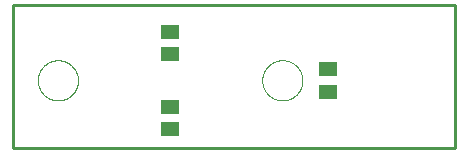
<source format=gbp>
G75*
%MOIN*%
%OFA0B0*%
%FSLAX25Y25*%
%IPPOS*%
%LPD*%
%AMOC8*
5,1,8,0,0,1.08239X$1,22.5*
%
%ADD10C,0.01000*%
%ADD11C,0.00000*%
%ADD12R,0.06299X0.05118*%
D10*
X0001800Y0001800D02*
X0149300Y0001800D01*
X0149300Y0049300D01*
X0001800Y0049300D01*
X0001800Y0001800D01*
D11*
X0010205Y0024300D02*
X0010207Y0024464D01*
X0010213Y0024628D01*
X0010223Y0024792D01*
X0010237Y0024956D01*
X0010255Y0025119D01*
X0010277Y0025282D01*
X0010304Y0025444D01*
X0010334Y0025606D01*
X0010368Y0025766D01*
X0010406Y0025926D01*
X0010447Y0026085D01*
X0010493Y0026243D01*
X0010543Y0026399D01*
X0010596Y0026555D01*
X0010653Y0026709D01*
X0010714Y0026861D01*
X0010779Y0027012D01*
X0010848Y0027162D01*
X0010920Y0027309D01*
X0010995Y0027455D01*
X0011075Y0027599D01*
X0011157Y0027741D01*
X0011243Y0027881D01*
X0011333Y0028018D01*
X0011426Y0028154D01*
X0011522Y0028287D01*
X0011622Y0028418D01*
X0011724Y0028546D01*
X0011830Y0028672D01*
X0011939Y0028795D01*
X0012051Y0028915D01*
X0012165Y0029033D01*
X0012283Y0029147D01*
X0012403Y0029259D01*
X0012526Y0029368D01*
X0012652Y0029474D01*
X0012780Y0029576D01*
X0012911Y0029676D01*
X0013044Y0029772D01*
X0013180Y0029865D01*
X0013317Y0029955D01*
X0013457Y0030041D01*
X0013599Y0030123D01*
X0013743Y0030203D01*
X0013889Y0030278D01*
X0014036Y0030350D01*
X0014186Y0030419D01*
X0014337Y0030484D01*
X0014489Y0030545D01*
X0014643Y0030602D01*
X0014799Y0030655D01*
X0014955Y0030705D01*
X0015113Y0030751D01*
X0015272Y0030792D01*
X0015432Y0030830D01*
X0015592Y0030864D01*
X0015754Y0030894D01*
X0015916Y0030921D01*
X0016079Y0030943D01*
X0016242Y0030961D01*
X0016406Y0030975D01*
X0016570Y0030985D01*
X0016734Y0030991D01*
X0016898Y0030993D01*
X0017062Y0030991D01*
X0017226Y0030985D01*
X0017390Y0030975D01*
X0017554Y0030961D01*
X0017717Y0030943D01*
X0017880Y0030921D01*
X0018042Y0030894D01*
X0018204Y0030864D01*
X0018364Y0030830D01*
X0018524Y0030792D01*
X0018683Y0030751D01*
X0018841Y0030705D01*
X0018997Y0030655D01*
X0019153Y0030602D01*
X0019307Y0030545D01*
X0019459Y0030484D01*
X0019610Y0030419D01*
X0019760Y0030350D01*
X0019907Y0030278D01*
X0020053Y0030203D01*
X0020197Y0030123D01*
X0020339Y0030041D01*
X0020479Y0029955D01*
X0020616Y0029865D01*
X0020752Y0029772D01*
X0020885Y0029676D01*
X0021016Y0029576D01*
X0021144Y0029474D01*
X0021270Y0029368D01*
X0021393Y0029259D01*
X0021513Y0029147D01*
X0021631Y0029033D01*
X0021745Y0028915D01*
X0021857Y0028795D01*
X0021966Y0028672D01*
X0022072Y0028546D01*
X0022174Y0028418D01*
X0022274Y0028287D01*
X0022370Y0028154D01*
X0022463Y0028018D01*
X0022553Y0027881D01*
X0022639Y0027741D01*
X0022721Y0027599D01*
X0022801Y0027455D01*
X0022876Y0027309D01*
X0022948Y0027162D01*
X0023017Y0027012D01*
X0023082Y0026861D01*
X0023143Y0026709D01*
X0023200Y0026555D01*
X0023253Y0026399D01*
X0023303Y0026243D01*
X0023349Y0026085D01*
X0023390Y0025926D01*
X0023428Y0025766D01*
X0023462Y0025606D01*
X0023492Y0025444D01*
X0023519Y0025282D01*
X0023541Y0025119D01*
X0023559Y0024956D01*
X0023573Y0024792D01*
X0023583Y0024628D01*
X0023589Y0024464D01*
X0023591Y0024300D01*
X0023589Y0024136D01*
X0023583Y0023972D01*
X0023573Y0023808D01*
X0023559Y0023644D01*
X0023541Y0023481D01*
X0023519Y0023318D01*
X0023492Y0023156D01*
X0023462Y0022994D01*
X0023428Y0022834D01*
X0023390Y0022674D01*
X0023349Y0022515D01*
X0023303Y0022357D01*
X0023253Y0022201D01*
X0023200Y0022045D01*
X0023143Y0021891D01*
X0023082Y0021739D01*
X0023017Y0021588D01*
X0022948Y0021438D01*
X0022876Y0021291D01*
X0022801Y0021145D01*
X0022721Y0021001D01*
X0022639Y0020859D01*
X0022553Y0020719D01*
X0022463Y0020582D01*
X0022370Y0020446D01*
X0022274Y0020313D01*
X0022174Y0020182D01*
X0022072Y0020054D01*
X0021966Y0019928D01*
X0021857Y0019805D01*
X0021745Y0019685D01*
X0021631Y0019567D01*
X0021513Y0019453D01*
X0021393Y0019341D01*
X0021270Y0019232D01*
X0021144Y0019126D01*
X0021016Y0019024D01*
X0020885Y0018924D01*
X0020752Y0018828D01*
X0020616Y0018735D01*
X0020479Y0018645D01*
X0020339Y0018559D01*
X0020197Y0018477D01*
X0020053Y0018397D01*
X0019907Y0018322D01*
X0019760Y0018250D01*
X0019610Y0018181D01*
X0019459Y0018116D01*
X0019307Y0018055D01*
X0019153Y0017998D01*
X0018997Y0017945D01*
X0018841Y0017895D01*
X0018683Y0017849D01*
X0018524Y0017808D01*
X0018364Y0017770D01*
X0018204Y0017736D01*
X0018042Y0017706D01*
X0017880Y0017679D01*
X0017717Y0017657D01*
X0017554Y0017639D01*
X0017390Y0017625D01*
X0017226Y0017615D01*
X0017062Y0017609D01*
X0016898Y0017607D01*
X0016734Y0017609D01*
X0016570Y0017615D01*
X0016406Y0017625D01*
X0016242Y0017639D01*
X0016079Y0017657D01*
X0015916Y0017679D01*
X0015754Y0017706D01*
X0015592Y0017736D01*
X0015432Y0017770D01*
X0015272Y0017808D01*
X0015113Y0017849D01*
X0014955Y0017895D01*
X0014799Y0017945D01*
X0014643Y0017998D01*
X0014489Y0018055D01*
X0014337Y0018116D01*
X0014186Y0018181D01*
X0014036Y0018250D01*
X0013889Y0018322D01*
X0013743Y0018397D01*
X0013599Y0018477D01*
X0013457Y0018559D01*
X0013317Y0018645D01*
X0013180Y0018735D01*
X0013044Y0018828D01*
X0012911Y0018924D01*
X0012780Y0019024D01*
X0012652Y0019126D01*
X0012526Y0019232D01*
X0012403Y0019341D01*
X0012283Y0019453D01*
X0012165Y0019567D01*
X0012051Y0019685D01*
X0011939Y0019805D01*
X0011830Y0019928D01*
X0011724Y0020054D01*
X0011622Y0020182D01*
X0011522Y0020313D01*
X0011426Y0020446D01*
X0011333Y0020582D01*
X0011243Y0020719D01*
X0011157Y0020859D01*
X0011075Y0021001D01*
X0010995Y0021145D01*
X0010920Y0021291D01*
X0010848Y0021438D01*
X0010779Y0021588D01*
X0010714Y0021739D01*
X0010653Y0021891D01*
X0010596Y0022045D01*
X0010543Y0022201D01*
X0010493Y0022357D01*
X0010447Y0022515D01*
X0010406Y0022674D01*
X0010368Y0022834D01*
X0010334Y0022994D01*
X0010304Y0023156D01*
X0010277Y0023318D01*
X0010255Y0023481D01*
X0010237Y0023644D01*
X0010223Y0023808D01*
X0010213Y0023972D01*
X0010207Y0024136D01*
X0010205Y0024300D01*
X0085009Y0024300D02*
X0085011Y0024464D01*
X0085017Y0024628D01*
X0085027Y0024792D01*
X0085041Y0024956D01*
X0085059Y0025119D01*
X0085081Y0025282D01*
X0085108Y0025444D01*
X0085138Y0025606D01*
X0085172Y0025766D01*
X0085210Y0025926D01*
X0085251Y0026085D01*
X0085297Y0026243D01*
X0085347Y0026399D01*
X0085400Y0026555D01*
X0085457Y0026709D01*
X0085518Y0026861D01*
X0085583Y0027012D01*
X0085652Y0027162D01*
X0085724Y0027309D01*
X0085799Y0027455D01*
X0085879Y0027599D01*
X0085961Y0027741D01*
X0086047Y0027881D01*
X0086137Y0028018D01*
X0086230Y0028154D01*
X0086326Y0028287D01*
X0086426Y0028418D01*
X0086528Y0028546D01*
X0086634Y0028672D01*
X0086743Y0028795D01*
X0086855Y0028915D01*
X0086969Y0029033D01*
X0087087Y0029147D01*
X0087207Y0029259D01*
X0087330Y0029368D01*
X0087456Y0029474D01*
X0087584Y0029576D01*
X0087715Y0029676D01*
X0087848Y0029772D01*
X0087984Y0029865D01*
X0088121Y0029955D01*
X0088261Y0030041D01*
X0088403Y0030123D01*
X0088547Y0030203D01*
X0088693Y0030278D01*
X0088840Y0030350D01*
X0088990Y0030419D01*
X0089141Y0030484D01*
X0089293Y0030545D01*
X0089447Y0030602D01*
X0089603Y0030655D01*
X0089759Y0030705D01*
X0089917Y0030751D01*
X0090076Y0030792D01*
X0090236Y0030830D01*
X0090396Y0030864D01*
X0090558Y0030894D01*
X0090720Y0030921D01*
X0090883Y0030943D01*
X0091046Y0030961D01*
X0091210Y0030975D01*
X0091374Y0030985D01*
X0091538Y0030991D01*
X0091702Y0030993D01*
X0091866Y0030991D01*
X0092030Y0030985D01*
X0092194Y0030975D01*
X0092358Y0030961D01*
X0092521Y0030943D01*
X0092684Y0030921D01*
X0092846Y0030894D01*
X0093008Y0030864D01*
X0093168Y0030830D01*
X0093328Y0030792D01*
X0093487Y0030751D01*
X0093645Y0030705D01*
X0093801Y0030655D01*
X0093957Y0030602D01*
X0094111Y0030545D01*
X0094263Y0030484D01*
X0094414Y0030419D01*
X0094564Y0030350D01*
X0094711Y0030278D01*
X0094857Y0030203D01*
X0095001Y0030123D01*
X0095143Y0030041D01*
X0095283Y0029955D01*
X0095420Y0029865D01*
X0095556Y0029772D01*
X0095689Y0029676D01*
X0095820Y0029576D01*
X0095948Y0029474D01*
X0096074Y0029368D01*
X0096197Y0029259D01*
X0096317Y0029147D01*
X0096435Y0029033D01*
X0096549Y0028915D01*
X0096661Y0028795D01*
X0096770Y0028672D01*
X0096876Y0028546D01*
X0096978Y0028418D01*
X0097078Y0028287D01*
X0097174Y0028154D01*
X0097267Y0028018D01*
X0097357Y0027881D01*
X0097443Y0027741D01*
X0097525Y0027599D01*
X0097605Y0027455D01*
X0097680Y0027309D01*
X0097752Y0027162D01*
X0097821Y0027012D01*
X0097886Y0026861D01*
X0097947Y0026709D01*
X0098004Y0026555D01*
X0098057Y0026399D01*
X0098107Y0026243D01*
X0098153Y0026085D01*
X0098194Y0025926D01*
X0098232Y0025766D01*
X0098266Y0025606D01*
X0098296Y0025444D01*
X0098323Y0025282D01*
X0098345Y0025119D01*
X0098363Y0024956D01*
X0098377Y0024792D01*
X0098387Y0024628D01*
X0098393Y0024464D01*
X0098395Y0024300D01*
X0098393Y0024136D01*
X0098387Y0023972D01*
X0098377Y0023808D01*
X0098363Y0023644D01*
X0098345Y0023481D01*
X0098323Y0023318D01*
X0098296Y0023156D01*
X0098266Y0022994D01*
X0098232Y0022834D01*
X0098194Y0022674D01*
X0098153Y0022515D01*
X0098107Y0022357D01*
X0098057Y0022201D01*
X0098004Y0022045D01*
X0097947Y0021891D01*
X0097886Y0021739D01*
X0097821Y0021588D01*
X0097752Y0021438D01*
X0097680Y0021291D01*
X0097605Y0021145D01*
X0097525Y0021001D01*
X0097443Y0020859D01*
X0097357Y0020719D01*
X0097267Y0020582D01*
X0097174Y0020446D01*
X0097078Y0020313D01*
X0096978Y0020182D01*
X0096876Y0020054D01*
X0096770Y0019928D01*
X0096661Y0019805D01*
X0096549Y0019685D01*
X0096435Y0019567D01*
X0096317Y0019453D01*
X0096197Y0019341D01*
X0096074Y0019232D01*
X0095948Y0019126D01*
X0095820Y0019024D01*
X0095689Y0018924D01*
X0095556Y0018828D01*
X0095420Y0018735D01*
X0095283Y0018645D01*
X0095143Y0018559D01*
X0095001Y0018477D01*
X0094857Y0018397D01*
X0094711Y0018322D01*
X0094564Y0018250D01*
X0094414Y0018181D01*
X0094263Y0018116D01*
X0094111Y0018055D01*
X0093957Y0017998D01*
X0093801Y0017945D01*
X0093645Y0017895D01*
X0093487Y0017849D01*
X0093328Y0017808D01*
X0093168Y0017770D01*
X0093008Y0017736D01*
X0092846Y0017706D01*
X0092684Y0017679D01*
X0092521Y0017657D01*
X0092358Y0017639D01*
X0092194Y0017625D01*
X0092030Y0017615D01*
X0091866Y0017609D01*
X0091702Y0017607D01*
X0091538Y0017609D01*
X0091374Y0017615D01*
X0091210Y0017625D01*
X0091046Y0017639D01*
X0090883Y0017657D01*
X0090720Y0017679D01*
X0090558Y0017706D01*
X0090396Y0017736D01*
X0090236Y0017770D01*
X0090076Y0017808D01*
X0089917Y0017849D01*
X0089759Y0017895D01*
X0089603Y0017945D01*
X0089447Y0017998D01*
X0089293Y0018055D01*
X0089141Y0018116D01*
X0088990Y0018181D01*
X0088840Y0018250D01*
X0088693Y0018322D01*
X0088547Y0018397D01*
X0088403Y0018477D01*
X0088261Y0018559D01*
X0088121Y0018645D01*
X0087984Y0018735D01*
X0087848Y0018828D01*
X0087715Y0018924D01*
X0087584Y0019024D01*
X0087456Y0019126D01*
X0087330Y0019232D01*
X0087207Y0019341D01*
X0087087Y0019453D01*
X0086969Y0019567D01*
X0086855Y0019685D01*
X0086743Y0019805D01*
X0086634Y0019928D01*
X0086528Y0020054D01*
X0086426Y0020182D01*
X0086326Y0020313D01*
X0086230Y0020446D01*
X0086137Y0020582D01*
X0086047Y0020719D01*
X0085961Y0020859D01*
X0085879Y0021001D01*
X0085799Y0021145D01*
X0085724Y0021291D01*
X0085652Y0021438D01*
X0085583Y0021588D01*
X0085518Y0021739D01*
X0085457Y0021891D01*
X0085400Y0022045D01*
X0085347Y0022201D01*
X0085297Y0022357D01*
X0085251Y0022515D01*
X0085210Y0022674D01*
X0085172Y0022834D01*
X0085138Y0022994D01*
X0085108Y0023156D01*
X0085081Y0023318D01*
X0085059Y0023481D01*
X0085041Y0023644D01*
X0085027Y0023808D01*
X0085017Y0023972D01*
X0085011Y0024136D01*
X0085009Y0024300D01*
D12*
X0106800Y0020560D03*
X0106800Y0028040D03*
X0054300Y0033060D03*
X0054300Y0040540D03*
X0054300Y0015540D03*
X0054300Y0008060D03*
M02*

</source>
